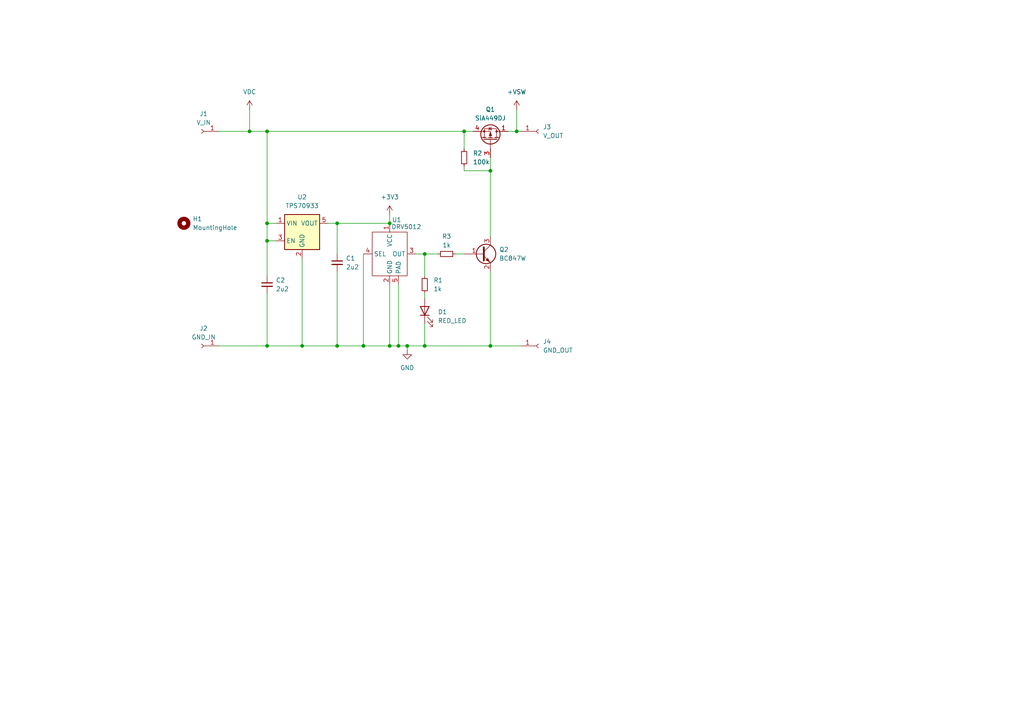
<source format=kicad_sch>
(kicad_sch (version 20231120) (generator "eeschema") (generator_version "8.0")
  (paper "A4")
  (title_block (title "SimpleSwitch") (date "2024-12-07") (rev "1.0") (company "Blueskin Design Ltd"))
  (lib_symbols
    (symbol "Connector:Conn_01x01_Socket" (pin_names (offset 1.016) hide)
      (property "Reference" "J" (at 0 2.54 0))
      (property "Value" "Conn_01x01_Socket" (at 0 -2.54 0))
      (symbol "Conn_01x01_Socket_1_1"
        (polyline (pts (xy -1.27 0) (xy -0.508 0)) (stroke (width 0.1524)))
        (arc (start 0 0.508) (mid -0.5058 0) (end 0 -0.508) (stroke (width 0.1524)))
        (pin passive line (at -5.08 0 0) (length 3.81) (name "Pin_1") (number "1"))
      )
    )
    (symbol "Device:C_Small" (pin_numbers hide) (pin_names (offset 0.254) hide)
      (property "Reference" "C" (at 0.254 1.778 0))
      (property "Value" "C_Small" (at 0.254 -2.032 0))
      (symbol "C_Small_0_1"
        (polyline (pts (xy -1.524 -0.508) (xy 1.524 -0.508)) (stroke (width 0.3302)))
        (polyline (pts (xy -1.524 0.508) (xy 1.524 0.508)) (stroke (width 0.3048)))
      )
      (symbol "C_Small_1_1"
        (pin passive line (at 0 2.54 270) (length 2.032) (name "~") (number "1"))
        (pin passive line (at 0 -2.54 90) (length 2.032) (name "~") (number "2"))
      )
    )
    (symbol "Device:LED" (pin_numbers hide) (pin_names (offset 1.016) hide)
      (property "Reference" "D" (at 0 2.54 0))
      (property "Value" "LED" (at 0 -2.54 0))
      (symbol "LED_0_1"
        (polyline (pts (xy -1.27 -1.27) (xy -1.27 1.27)) (stroke (width 0.254)))
        (polyline (pts (xy -1.27 0) (xy 1.27 0)))
        (polyline (pts (xy 1.27 -1.27) (xy 1.27 1.27) (xy -1.27 0) (xy 1.27 -1.27)) (stroke (width 0.254)))
        (polyline (pts (xy -3.048 -0.762) (xy -4.572 -2.286) (xy -3.81 -2.286) (xy -4.572 -2.286) (xy -4.572 -1.524)))
        (polyline (pts (xy -1.778 -0.762) (xy -3.302 -2.286) (xy -2.54 -2.286) (xy -3.302 -2.286) (xy -3.302 -1.524)))
      )
      (symbol "LED_1_1"
        (pin passive line (at -3.81 0 0) (length 2.54) (name "K") (number "1"))
        (pin passive line (at 3.81 0 180) (length 2.54) (name "A") (number "2"))
      )
    )
    (symbol "Device:R_Small" (pin_numbers hide) (pin_names (offset 0.254) hide)
      (property "Reference" "R" (at 0.762 0.508 0))
      (property "Value" "R_Small" (at 0.762 -1.016 0))
      (symbol "R_Small_0_1"
        (rectangle (start -0.762 1.778) (end 0.762 -1.778) (stroke (width 0.2032)))
      )
      (symbol "R_Small_1_1"
        (pin passive line (at 0 2.54 270) (length 0.762) (name "~") (number "1"))
        (pin passive line (at 0 -2.54 90) (length 0.762) (name "~") (number "2"))
      )
    )
    (symbol "Mechanical:MountingHole" (pin_names (offset 1.016)) (exclude_from_sim yes) (in_bom no)
      (property "Reference" "H" (at 0 5.08 0))
      (property "Value" "MountingHole" (at 0 3.175 0))
      (symbol "MountingHole_0_1"
        (circle (center 0 0) (radius 1.27) (stroke (width 1.27)))
      )
    )
    (symbol "My Symbols:DRV5012"
      (property "Reference" "U" (at 4.064 7.62 0))
      (symbol "DRV5012_0_1"
        (rectangle (start -5.08 6.35) (end 5.08 -6.35))
      )
      (symbol "DRV5012_1_1"
        (pin power_in line (at 0 8.89 270) (length 2.54) (name "VCC") (number "1"))
        (pin power_in line (at 0 -8.89 90) (length 2.54) (name "GND") (number "2"))
        (pin output line (at 7.62 0 180) (length 2.54) (name "OUT") (number "3"))
        (pin input line (at -7.62 0 0) (length 2.54) (name "SEL") (number "4"))
        (pin input line (at 2.54 -8.89 90) (length 2.54) (name "PAD") (number "5"))
      )
    )
    (symbol "Regulator_Linear:NCP163ASN330T1G"
      (property "Reference" "U" (at 0 8.89 0))
      (property "Value" "NCP163ASN330T1G" (at 0 6.35 0))
      (symbol "NCP163ASN330T1G_0_1"
        (rectangle (start -5.08 5.08) (end 5.08 -5.08) (stroke (width 0.254)) (fill (type background)))
      )
      (symbol "NCP163ASN330T1G_1_1"
        (pin power_in line (at -7.62 2.54 0) (length 2.54) (name "VIN") (number "1"))
        (pin power_in line (at 0 -7.62 90) (length 2.54) (name "GND") (number "2"))
        (pin input line (at -7.62 -2.54 0) (length 2.54) (name "EN") (number "3"))
        (pin no_connect line (at 5.08 -2.54 180) (length 2.54) hide (name "NC") (number "4"))
        (pin power_out line (at 7.62 2.54 180) (length 2.54) (name "VOUT") (number "5"))
      )
    )
    (symbol "Transistor_BJT:BC847W" (pin_names (offset 0) hide)
      (property "Reference" "Q" (at 5.08 1.905 0))
      (property "Value" "BC847W" (at 5.08 0 0))
      (symbol "BC847W_0_1"
        (polyline (pts (xy 0.635 0.635) (xy 2.54 2.54)))
        (polyline (pts (xy 0.635 -0.635) (xy 2.54 -2.54) (xy 2.54 -2.54)))
        (polyline (pts (xy 0.635 1.905) (xy 0.635 -1.905) (xy 0.635 -1.905)) (stroke (width 0.508)))
        (polyline (pts (xy 1.27 -1.778) (xy 1.778 -1.27) (xy 2.286 -2.286) (xy 1.27 -1.778) (xy 1.27 -1.778)) (fill (type outline)))
        (circle (center 1.27 0) (radius 2.8194) (stroke (width 0.254)))
      )
      (symbol "BC847W_1_1"
        (pin input line (at -5.08 0 0) (length 5.715) (name "B") (number "1"))
        (pin passive line (at 2.54 -5.08 90) (length 2.54) (name "E") (number "2"))
        (pin passive line (at 2.54 5.08 270) (length 2.54) (name "C") (number "3"))
      )
    )
    (symbol "Transistor_FET:SiA449DJ" (pin_names hide)
      (property "Reference" "Q" (at 5.08 1.905 0))
      (property "Value" "SiA449DJ" (at 5.08 0 0))
      (symbol "SiA449DJ_0_1"
        (polyline (pts (xy 0.254 0) (xy -2.54 0)))
        (polyline (pts (xy 0.254 1.905) (xy 0.254 -1.905)) (stroke (width 0.254)))
        (polyline (pts (xy 0.762 -1.27) (xy 0.762 -2.286)) (stroke (width 0.254)))
        (polyline (pts (xy 0.762 0.508) (xy 0.762 -0.508)) (stroke (width 0.254)))
        (polyline (pts (xy 0.762 2.286) (xy 0.762 1.27)) (stroke (width 0.254)))
        (polyline (pts (xy 2.54 2.54) (xy 2.54 1.778)))
        (polyline (pts (xy 2.54 -2.54) (xy 2.54 0) (xy 0.762 0)))
        (polyline (pts (xy 0.762 1.778) (xy 3.302 1.778) (xy 3.302 -1.778) (xy 0.762 -1.778)))
        (polyline (pts (xy 2.286 0) (xy 1.27 0.381) (xy 1.27 -0.381) (xy 2.286 0)) (fill (type outline)))
        (polyline (pts (xy 2.794 -0.508) (xy 2.921 -0.381) (xy 3.683 -0.381) (xy 3.81 -0.254)))
        (polyline (pts (xy 3.302 -0.381) (xy 2.921 0.254) (xy 3.683 0.254) (xy 3.302 -0.381)))
        (circle (center 1.651 0) (radius 2.794) (stroke (width 0.254)))
        (circle (center 2.54 -1.778) (radius 0.254) (fill (type outline)))
        (circle (center 2.54 1.778) (radius 0.254) (fill (type outline)))
      )
      (symbol "SiA449DJ_1_1"
        (pin passive line (at 2.54 5.08 270) (length 2.54) (name "D") (number "1"))
        (pin passive line (at -5.08 0 0) (length 2.54) (name "G") (number "3"))
        (pin passive line (at 2.54 -5.08 90) (length 2.54) (name "S") (number "4"))
      )
    )
    (symbol "power:+3V3" (power) (pin_numbers hide) (pin_names (offset 0) hide)
      (property "Value" "+3V3" (at 0 3.556 0))
      (symbol "+3V3_0_1"
        (polyline (pts (xy -0.762 1.27) (xy 0 2.54)))
        (polyline (pts (xy 0 0) (xy 0 2.54)))
        (polyline (pts (xy 0 2.54) (xy 0.762 1.27)))
      )
      (symbol "+3V3_1_1"
        (pin power_in line (at 0 0 90) (length 0) (name "~") (number "1"))
      )
    )
    (symbol "power:+VSW" (power) (pin_numbers hide) (pin_names (offset 0) hide)
      (property "Value" "+VSW" (at 0 3.556 0))
      (symbol "+VSW_0_1"
        (polyline (pts (xy -0.762 1.27) (xy 0 2.54)))
        (polyline (pts (xy 0 0) (xy 0 2.54)))
        (polyline (pts (xy 0 2.54) (xy 0.762 1.27)))
      )
      (symbol "+VSW_1_1"
        (pin power_in line (at 0 0 90) (length 0) (name "~") (number "1"))
      )
    )
    (symbol "power:GND" (power) (pin_numbers hide) (pin_names (offset 0) hide)
      (property "Value" "GND" (at 0 -3.81 0))
      (symbol "GND_0_1"
        (polyline (pts (xy 0 0) (xy 0 -1.27) (xy 1.27 -1.27) (xy 0 -2.54) (xy -1.27 -1.27) (xy 0 -1.27)))
      )
      (symbol "GND_1_1"
        (pin power_in line (at 0 0 270) (length 0) (name "~") (number "1"))
      )
    )
    (symbol "power:VDC" (power) (pin_numbers hide) (pin_names (offset 0) hide)
      (property "Value" "VDC" (at 0 3.556 0))
      (symbol "VDC_0_1"
        (polyline (pts (xy -0.762 1.27) (xy 0 2.54)))
        (polyline (pts (xy 0 0) (xy 0 2.54)))
        (polyline (pts (xy 0 2.54) (xy 0.762 1.27)))
      )
      (symbol "VDC_1_1"
        (pin power_in line (at 0 0 90) (length 0) (name "~") (number "1"))
      )
    )
  )
  (junction (at 149.86 38.1))
  (junction (at 97.79 64.77))
  (junction (at 118.11 100.33))
  (junction (at 113.03 100.33))
  (junction (at 97.79 100.33))
  (junction (at 123.19 100.33))
  (junction (at 77.47 69.85))
  (junction (at 105.41 100.33))
  (junction (at 77.47 64.77))
  (junction (at 113.03 64.77))
  (junction (at 77.47 38.1))
  (junction (at 142.24 100.33))
  (junction (at 87.63 100.33))
  (junction (at 72.39 38.1))
  (junction (at 115.57 100.33))
  (junction (at 134.62 38.1))
  (junction (at 123.19 73.66))
  (junction (at 77.47 100.33))
  (junction (at 142.24 49.53))
  (wire (pts (xy 113.03 82.55) (xy 113.03 100.33)))
  (wire (pts (xy 115.57 100.33) (xy 118.11 100.33)))
  (wire (pts (xy 118.11 100.33) (xy 123.19 100.33)))
  (wire (pts (xy 134.62 48.26) (xy 134.62 49.53)))
  (wire (pts (xy 77.47 38.1) (xy 134.62 38.1)))
  (wire (pts (xy 63.5 100.33) (xy 77.47 100.33)))
  (wire (pts (xy 105.41 73.66) (xy 105.41 100.33)))
  (wire (pts (xy 142.24 100.33) (xy 151.13 100.33)))
  (wire (pts (xy 142.24 49.53) (xy 142.24 68.58)))
  (wire (pts (xy 123.19 93.98) (xy 123.19 100.33)))
  (wire (pts (xy 97.79 100.33) (xy 105.41 100.33)))
  (wire (pts (xy 72.39 38.1) (xy 77.47 38.1)))
  (wire (pts (xy 123.19 100.33) (xy 142.24 100.33)))
  (wire (pts (xy 77.47 100.33) (xy 87.63 100.33)))
  (wire (pts (xy 115.57 82.55) (xy 115.57 100.33)))
  (wire (pts (xy 123.19 73.66) (xy 127 73.66)))
  (wire (pts (xy 95.25 64.77) (xy 97.79 64.77)))
  (wire (pts (xy 87.63 100.33) (xy 97.79 100.33)))
  (wire (pts (xy 77.47 69.85) (xy 77.47 64.77)))
  (wire (pts (xy 142.24 78.74) (xy 142.24 100.33)))
  (wire (pts (xy 118.11 100.33) (xy 118.11 101.6)))
  (wire (pts (xy 113.03 100.33) (xy 115.57 100.33)))
  (wire (pts (xy 77.47 85.09) (xy 77.47 100.33)))
  (wire (pts (xy 120.65 73.66) (xy 123.19 73.66)))
  (wire (pts (xy 113.03 62.23) (xy 113.03 64.77)))
  (wire (pts (xy 149.86 38.1) (xy 151.13 38.1)))
  (wire (pts (xy 142.24 45.72) (xy 142.24 49.53)))
  (wire (pts (xy 132.08 73.66) (xy 134.62 73.66)))
  (wire (pts (xy 105.41 100.33) (xy 113.03 100.33)))
  (wire (pts (xy 97.79 78.74) (xy 97.79 100.33)))
  (wire (pts (xy 134.62 38.1) (xy 134.62 43.18)))
  (wire (pts (xy 80.01 64.77) (xy 77.47 64.77)))
  (wire (pts (xy 123.19 73.66) (xy 123.19 80.01)))
  (wire (pts (xy 134.62 38.1) (xy 137.16 38.1)))
  (wire (pts (xy 80.01 69.85) (xy 77.47 69.85)))
  (wire (pts (xy 77.47 69.85) (xy 77.47 80.01)))
  (wire (pts (xy 147.32 38.1) (xy 149.86 38.1)))
  (wire (pts (xy 87.63 74.93) (xy 87.63 100.33)))
  (wire (pts (xy 77.47 38.1) (xy 77.47 64.77)))
  (wire (pts (xy 123.19 85.09) (xy 123.19 86.36)))
  (wire (pts (xy 72.39 31.75) (xy 72.39 38.1)))
  (wire (pts (xy 63.5 38.1) (xy 72.39 38.1)))
  (wire (pts (xy 149.86 31.75) (xy 149.86 38.1)))
  (wire (pts (xy 97.79 64.77) (xy 97.79 73.66)))
  (wire (pts (xy 97.79 64.77) (xy 113.03 64.77)))
  (wire (pts (xy 134.62 49.53) (xy 142.24 49.53)))
  (symbol (lib_id "Device:R_Small") (at 123.19 82.55 180) (unit 1)
    (property "Reference" "R1" (at 125.73 81.2799 0) (effects (justify right)))
    (property "Value" "1k" (at 125.73 83.8199 0) (effects (justify right)))
    (property "Footprint" "Resistor_SMD:R_0402_1005Metric" (effects (hide yes)))
    (property "Description" "Resistor, small symbol" (effects (hide yes)))
  )
  (symbol (lib_id "Device:R_Small") (at 129.54 73.66 90) (unit 1)
    (property "Reference" "R3" (at 129.54 68.58 90))
    (property "Value" "1k" (at 129.54 71.12 90))
    (property "Footprint" "Resistor_SMD:R_0402_1005Metric" (effects (hide yes)))
    (property "Description" "Resistor, small symbol" (effects (hide yes)))
  )
  (symbol (lib_id "Connector:Conn_01x01_Socket") (at 58.42 100.33 180) (unit 1)
    (property "Reference" "J2" (at 59.055 95.25 0))
    (property "Value" "GND_IN" (at 59.055 97.79 0))
    (property "Footprint" "My Footprints:WireSolderPad_w_hole" (effects (hide yes)))
    (property "Description" "Generic connector, single row, 01x01, script generated" (effects (hide yes)))
  )
  (symbol (lib_id "power:+3V3") (at 113.03 62.23 0) (unit 1)
    (property "Reference" "#PWR02" (effects (hide yes)))
    (property "Value" "+3V3" (at 113.03 57.15 0))
    (property "Description" "Power symbol creates a global label with name \"+3V3\"" (effects (hide yes)))
  )
  (symbol (lib_id "Device:LED") (at 123.19 90.17 90) (unit 1)
    (property "Reference" "D1" (at 127 90.4874 90) (effects (justify right)))
    (property "Value" "RED_LED" (at 127 93.0274 90) (effects (justify right)))
    (property "Footprint" "LED_SMD:LED_0402_1005Metric" (effects (hide yes)))
    (property "Description" "Light emitting diode" (effects (hide yes)))
  )
  (symbol (lib_id "My Symbols:DRV5012") (at 113.03 73.66 0) (unit 1)
    (property "Reference" "U1" (at 115.062 63.754 0))
    (property "Value" "DRV5012" (at 117.856 65.786 0))
    (property "Footprint" "My Footprints:X2SON_4_EP" (effects (hide yes)))
  )
  (symbol (lib_id "Device:C_Small") (at 77.47 82.55 0) (unit 1)
    (property "Reference" "C2" (at 80.01 81.2862 0) (effects (justify left)))
    (property "Value" "2u2" (at 80.01 83.8262 0) (effects (justify left)))
    (property "Footprint" "Capacitor_SMD:C_0402_1005Metric" (effects (hide yes)))
    (property "Description" "Unpolarized capacitor, small symbol" (effects (hide yes)))
  )
  (symbol (lib_id "power:VDC") (at 72.39 31.75 0) (unit 1)
    (property "Reference" "#PWR04" (effects (hide yes)))
    (property "Value" "VDC" (at 72.39 26.67 0))
    (property "Description" "Power symbol creates a global label with name \"VDC\"" (effects (hide yes)))
  )
  (symbol (lib_id "power:+VSW") (at 149.86 31.75 0) (unit 1)
    (property "Reference" "#PWR03" (effects (hide yes)))
    (property "Value" "+VSW" (at 149.86 26.67 0))
    (property "Description" "Power symbol creates a global label with name \"+VSW\"" (effects (hide yes)))
  )
  (symbol (lib_id "Connector:Conn_01x01_Socket") (at 156.21 38.1 0) (unit 1)
    (property "Reference" "J3" (at 157.48 36.8299 0) (effects (justify left)))
    (property "Value" "V_OUT" (at 157.48 39.3699 0) (effects (justify left)))
    (property "Footprint" "My Footprints:WireSolderPad_w_hole" (effects (hide yes)))
    (property "Description" "Generic connector, single row, 01x01, script generated" (effects (hide yes)))
  )
  (symbol (lib_id "Transistor_BJT:BC847W") (at 139.7 73.66 0) (unit 1)
    (property "Reference" "Q2" (at 144.78 72.3899 0) (effects (justify left)))
    (property "Value" "BC847W" (at 144.78 74.9299 0) (effects (justify left)))
    (property "Footprint" "Package_TO_SOT_SMD:SOT-323_SC-70" (effects (hide yes)))
    (property "Datasheet" "http://www.infineon.com/dgdl/Infineon-BC847SERIES_BC848SERIES_BC849SERIES_BC850SERIES-DS-v01_01-en.pdf?fileId=db3a304314dca389011541d4630a1657" (effects (hide yes)))
    (property "Description" "0.1A Ic, 45V Vce, NPN Transistor, SOT-323" (effects (hide yes)))
  )
  (symbol (lib_id "Device:R_Small") (at 134.62 45.72 0) (unit 1)
    (property "Reference" "R2" (at 137.16 44.4499 0) (effects (justify left)))
    (property "Value" "100k" (at 137.16 46.9899 0) (effects (justify left)))
    (property "Footprint" "Resistor_SMD:R_0402_1005Metric" (effects (hide yes)))
    (property "Description" "Resistor, small symbol" (effects (hide yes)))
  )
  (symbol (lib_id "Connector:Conn_01x01_Socket") (at 156.21 100.33 0) (unit 1)
    (property "Reference" "J4" (at 157.48 99.0599 0) (effects (justify left)))
    (property "Value" "GND_OUT" (at 157.48 101.5999 0) (effects (justify left)))
    (property "Footprint" "My Footprints:WireSolderPad_w_hole" (effects (hide yes)))
    (property "Description" "Generic connector, single row, 01x01, script generated" (effects (hide yes)))
  )
  (symbol (lib_id "Transistor_FET:SiA449DJ") (at 142.24 40.64 270) (mirror x) (unit 1)
    (property "Reference" "Q1" (at 142.24 31.75 90))
    (property "Value" "SiA449DJ" (at 142.24 34.29 90))
    (property "Footprint" "Package_TO_SOT_SMD:Vishay_PowerPAK_SC70-6L_Single" (effects (hide yes)))
    (property "Datasheet" "http://www.vishay.com/docs/62644/sia449dj.pdf" (effects (hide yes)))
    (property "Description" "-12A Id, -30V Vds, P-Channel MOSFET, PowerPAK SC70-6" (effects (hide yes)))
  )
  (symbol (lib_id "Mechanical:MountingHole") (at 53.34 64.77 0) (unit 1) (exclude_from_sim yes) (in_bom no)
    (property "Reference" "H1" (at 55.88 63.4999 0) (effects (justify left)))
    (property "Value" "MountingHole" (at 55.88 66.0399 0) (effects (justify left)))
    (property "Footprint" "MountingHole:MountingHole_2.2mm_M2_DIN965_Pad" (effects (hide yes)))
    (property "Description" "Mounting Hole without connection" (effects (hide yes)))
  )
  (symbol (lib_id "Regulator_Linear:NCP163ASN330T1G") (at 87.63 67.31 0) (unit 1)
    (property "Reference" "U2" (at 87.63 57.15 0))
    (property "Value" "TPS70933" (at 87.63 59.69 0))
    (property "Footprint" "Package_TO_SOT_SMD:SOT-23-5" (effects (hide yes)))
    (property "Datasheet" "https://www.onsemi.com/pdf/datasheet/ncp163-d.pdf" (effects (hide yes)))
    (property "Description" "250mA low-noise LDO, 2.2V-5.5V input, 3.3V output, SOT-23-5" (effects (hide yes)))
  )
  (symbol (lib_id "Connector:Conn_01x01_Socket") (at 58.42 38.1 180) (unit 1)
    (property "Reference" "J1" (at 59.055 33.02 0))
    (property "Value" "V_IN" (at 59.055 35.56 0))
    (property "Footprint" "My Footprints:WireSolderPad_w_hole" (effects (hide yes)))
    (property "Description" "Generic connector, single row, 01x01, script generated" (effects (hide yes)))
  )
  (symbol (lib_id "Device:C_Small") (at 97.79 76.2 0) (unit 1)
    (property "Reference" "C1" (at 100.33 74.9362 0) (effects (justify left)))
    (property "Value" "2u2" (at 100.33 77.4762 0) (effects (justify left)))
    (property "Footprint" "Capacitor_SMD:C_0402_1005Metric" (effects (hide yes)))
    (property "Description" "Unpolarized capacitor, small symbol" (effects (hide yes)))
  )
  (symbol (lib_id "power:GND") (at 118.11 101.6 0) (unit 1)
    (property "Reference" "#PWR01" (effects (hide yes)))
    (property "Value" "GND" (at 118.11 106.68 0))
    (property "Description" "Power symbol creates a global label with name \"GND\" , ground" (effects (hide yes)))
  )
)
</source>
